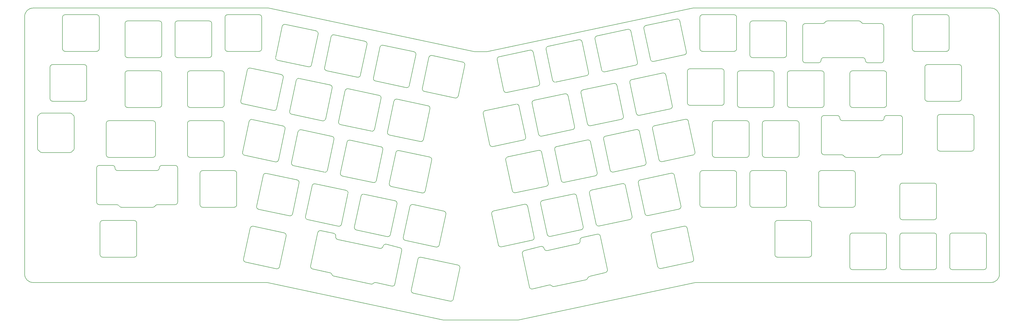
<source format=gbr>
%TF.GenerationSoftware,KiCad,Pcbnew,5.1.7-a382d34a8~88~ubuntu20.04.1*%
%TF.CreationDate,2021-02-22T02:12:54+01:00*%
%TF.ProjectId,basketweave_plate,6261736b-6574-4776-9561-76655f706c61,rev?*%
%TF.SameCoordinates,Original*%
%TF.FileFunction,Legend,Bot*%
%TF.FilePolarity,Positive*%
%FSLAX46Y46*%
G04 Gerber Fmt 4.6, Leading zero omitted, Abs format (unit mm)*
G04 Created by KiCad (PCBNEW 5.1.7-a382d34a8~88~ubuntu20.04.1) date 2021-02-22 02:12:54*
%MOMM*%
%LPD*%
G01*
G04 APERTURE LIST*
%TA.AperFunction,Profile*%
%ADD10C,0.200000*%
%TD*%
G04 APERTURE END LIST*
D10*
X41232017Y-81151193D02*
G75*
G02*
X41923000Y-82102250I-309017J-951057D01*
G01*
X28613983Y-81151193D02*
G75*
G03*
X27923000Y-82102250I309017J-951057D01*
G01*
X41232017Y-95053307D02*
G75*
G03*
X41923000Y-94102250I-309017J951057D01*
G01*
X41923000Y-82102250D02*
X41923000Y-94102250D01*
X27923000Y-94102250D02*
X27923000Y-82102250D01*
X28613983Y-95053307D02*
G75*
G02*
X27923000Y-94102250I309017J951057D01*
G01*
X45687500Y-62056250D02*
G75*
G02*
X46687500Y-63056250I0J-1000000D01*
G01*
X33687500Y-76056250D02*
G75*
G02*
X32687500Y-75056250I0J1000000D01*
G01*
X45687500Y-76056250D02*
X33687500Y-76056250D01*
X32687500Y-75056250D02*
X32687500Y-63056250D01*
X46687500Y-63056250D02*
X46687500Y-75056250D01*
X32687500Y-63056250D02*
G75*
G02*
X33687500Y-62056250I1000000J0D01*
G01*
X46687500Y-75056250D02*
G75*
G02*
X45687500Y-76056250I-1000000J0D01*
G01*
X33687500Y-62056250D02*
X45687500Y-62056250D01*
X380062500Y-63056250D02*
X380062500Y-75056250D01*
X380062500Y-75056250D02*
G75*
G02*
X379062500Y-76056250I-1000000J0D01*
G01*
X379062500Y-76056250D02*
X367062500Y-76056250D01*
X379062500Y-62056250D02*
G75*
G02*
X380062500Y-63056250I0J-1000000D01*
G01*
X366062500Y-63056250D02*
G75*
G02*
X367062500Y-62056250I1000000J0D01*
G01*
X367062500Y-62056250D02*
X379062500Y-62056250D01*
X367062500Y-76056250D02*
G75*
G02*
X366062500Y-75056250I0J1000000D01*
G01*
X366062500Y-75056250D02*
X366062500Y-63056250D01*
X174042718Y-135612290D02*
X188110514Y-138588750D01*
X262550733Y-126213914D02*
X274308691Y-123729750D01*
X222919320Y-146203910D02*
G75*
G02*
X223870377Y-146512927I207912J-978148D01*
G01*
X216582162Y-147756903D02*
G75*
G02*
X215396102Y-146986669I-207913J978147D01*
G01*
X264275437Y-139137745D02*
X261780497Y-127399974D01*
X185199748Y-152366756D02*
X171131956Y-149306356D01*
X139360791Y-141511067D02*
G75*
G02*
X140103936Y-142180198I-207912J-978148D01*
G01*
X234682251Y-129274901D02*
G75*
G02*
X235452488Y-128088840I978149J207912D01*
G01*
X172856659Y-136382527D02*
G75*
G02*
X174042718Y-135612290I978148J-207911D01*
G01*
X188880750Y-139774810D02*
X186385808Y-151596520D01*
X277219454Y-137423814D02*
X265461496Y-139907981D01*
X170361720Y-148120298D02*
X172856660Y-136382527D01*
X171131956Y-149306356D02*
G75*
G02*
X170361720Y-148120298I207911J978147D01*
G01*
X277989690Y-136237756D02*
G75*
G02*
X277219454Y-137423814I-978147J-207911D01*
G01*
X245093662Y-140263905D02*
X242390810Y-127547986D01*
X275494750Y-124499985D02*
X277989690Y-136237756D01*
X261780496Y-127399973D02*
G75*
G02*
X262550733Y-126213914I978148J207911D01*
G01*
X222155094Y-133045853D02*
G75*
G02*
X220969033Y-132275618I-207913J978148D01*
G01*
X186385808Y-151596520D02*
G75*
G02*
X185199748Y-152366756I-978148J207912D01*
G01*
X265461497Y-139907981D02*
G75*
G02*
X264275437Y-139137745I-207912J978148D01*
G01*
X219782974Y-131505383D02*
G75*
G02*
X220969033Y-132275618I207912J-978147D01*
G01*
X274308691Y-123729750D02*
G75*
G02*
X275494750Y-124499985I207912J-978147D01*
G01*
X188110514Y-138588750D02*
G75*
G02*
X188880750Y-139774810I-207912J-978148D01*
G01*
X237572355Y-143607629D02*
G75*
G02*
X236829210Y-144276759I-951056J309018D01*
G01*
X140847080Y-142849328D02*
G75*
G02*
X140103936Y-142180198I207911J978147D01*
G01*
X224821433Y-146821944D02*
G75*
G02*
X223870377Y-146512927I-207912J978147D01*
G01*
X164115750Y-145861430D02*
G75*
G02*
X162929690Y-146631666I-978148J207912D01*
G01*
X212693251Y-134270750D02*
G75*
G02*
X213463486Y-133084691I978147J207912D01*
G01*
X140810796Y-126484166D02*
G75*
G02*
X141581031Y-127670225I-207912J-978147D01*
G01*
X215396102Y-146986669D02*
X212693250Y-134270750D01*
X216582162Y-147756903D02*
X222919320Y-146203910D01*
X132801383Y-140116821D02*
G75*
G02*
X132031146Y-138930762I207911J978148D01*
G01*
X235452488Y-128088840D02*
X241204750Y-126777750D01*
X162929690Y-146631666D02*
X156899964Y-145234235D01*
X159612251Y-131432943D02*
G75*
G02*
X158426191Y-132203179I-978148J207912D01*
G01*
X237572356Y-143607629D02*
G75*
G02*
X238315500Y-142938500I951055J-309017D01*
G01*
X140810795Y-126484165D02*
X135920057Y-125444607D01*
X238315500Y-142938500D02*
X244323425Y-141449966D01*
X155948909Y-145543252D02*
G75*
G02*
X156899964Y-145234235I743144J-669129D01*
G01*
X132801382Y-140116821D02*
X139360791Y-141511067D01*
X155948908Y-145543252D02*
G75*
G02*
X154997851Y-145852269I-743145J669131D01*
G01*
X241204750Y-126777750D02*
G75*
G02*
X242390810Y-127547986I207912J-978148D01*
G01*
X165960728Y-131959452D02*
G75*
G02*
X166730965Y-133145511I-207911J-978148D01*
G01*
X154997851Y-145852269D02*
X140847080Y-142849328D01*
X132031146Y-138930762D02*
X134733998Y-126214843D01*
X222155094Y-133045853D02*
X233912016Y-130460961D01*
X234682254Y-129274901D02*
G75*
G02*
X233912016Y-130460961I-978149J-207911D01*
G01*
X236829210Y-144276759D02*
X224821433Y-146821944D01*
X165960728Y-131959452D02*
X160798310Y-130662706D01*
X134733998Y-126214844D02*
G75*
G02*
X135920057Y-125444607I978148J-207911D01*
G01*
X142351267Y-128856284D02*
X158426191Y-132203179D01*
X164115750Y-145861430D02*
X166730965Y-133145511D01*
X245093662Y-140263905D02*
G75*
G02*
X244323425Y-141449966I-978149J-207912D01*
G01*
X219782974Y-131505383D02*
X213463486Y-133084691D01*
X142351268Y-128856284D02*
G75*
G02*
X141581031Y-127670225I207911J978148D01*
G01*
X159612250Y-131432942D02*
G75*
G02*
X160798310Y-130662706I978148J-207912D01*
G01*
X168105032Y-129187375D02*
G75*
G02*
X167334796Y-128001317I207911J978147D01*
G01*
X29525250Y-80559500D02*
X40325250Y-80559500D01*
X41238795Y-95047487D02*
G75*
G02*
X40325250Y-95640750I-913545J406737D01*
G01*
X28611705Y-81152763D02*
G75*
G02*
X29525250Y-80559500I913545J-406737D01*
G01*
X28611705Y-95047487D02*
G75*
G03*
X29525250Y-95640750I913545J406737D01*
G01*
X29525250Y-95640750D02*
X40325250Y-95640750D01*
X41238795Y-81152763D02*
G75*
G03*
X40325250Y-80559500I-913545J-406737D01*
G01*
X334680250Y-83487500D02*
G75*
G02*
X333680250Y-82487500I0J1000000D01*
G01*
X80331250Y-115537500D02*
X73625301Y-115537501D01*
X56455250Y-100537500D02*
G75*
G02*
X57455250Y-101537500I0J-1000000D01*
G01*
X58455250Y-102537500D02*
G75*
G02*
X57455250Y-101537500I0J1000000D01*
G01*
X56455250Y-100537500D02*
X51455250Y-100537500D01*
X332680250Y-81487500D02*
X327680250Y-81487500D01*
X50455250Y-101537500D02*
G75*
G02*
X51455250Y-100537500I1000000J0D01*
G01*
X327680250Y-96487500D02*
G75*
G02*
X326680250Y-95487500I0J1000000D01*
G01*
X50455250Y-114537500D02*
X50455250Y-101537500D01*
X80331250Y-100537500D02*
X75331250Y-100537500D01*
X350556250Y-82487500D02*
G75*
G02*
X351556250Y-81487500I1000000J0D01*
G01*
X80331250Y-100537500D02*
G75*
G02*
X81331250Y-101537500I0J-1000000D01*
G01*
X81331250Y-114537500D02*
X81331250Y-101537500D01*
X72759276Y-116037501D02*
G75*
G02*
X73625301Y-115537501I866025J-500000D01*
G01*
X332680250Y-81487500D02*
G75*
G02*
X333680250Y-82487500I0J-1000000D01*
G01*
X59893250Y-116537501D02*
G75*
G02*
X59027225Y-116037501I0J1000000D01*
G01*
X74331251Y-101537500D02*
G75*
G02*
X73331250Y-102537501I-1000001J0D01*
G01*
X327680250Y-96487500D02*
X334386200Y-96487501D01*
X72759275Y-116037501D02*
G75*
G02*
X71893250Y-116537501I-866025J500000D01*
G01*
X357556250Y-95487500D02*
X357556250Y-82487500D01*
X58161200Y-115537501D02*
G75*
G02*
X59027225Y-116037501I0J-1000000D01*
G01*
X81331250Y-114537500D02*
G75*
G02*
X80331250Y-115537500I-1000000J0D01*
G01*
X74331250Y-101537500D02*
G75*
G02*
X75331250Y-100537500I1000000J0D01*
G01*
X342388500Y-59387500D02*
G75*
G02*
X343388500Y-60387500I0J-1000000D01*
G01*
X51455250Y-115537500D02*
G75*
G02*
X50455250Y-114537500I0J1000000D01*
G01*
X328950500Y-45387499D02*
X340950500Y-45387499D01*
X320512500Y-61387500D02*
G75*
G02*
X319512500Y-60387500I0J1000000D01*
G01*
X327512500Y-59387499D02*
X342388500Y-59387500D01*
X344388500Y-61387500D02*
G75*
G02*
X343388500Y-60387500I0J1000000D01*
G01*
X328084475Y-45887499D02*
G75*
G02*
X328950500Y-45387499I866025J-500000D01*
G01*
X319512500Y-47387500D02*
G75*
G02*
X320512500Y-46387500I1000000J0D01*
G01*
X350388500Y-60387500D02*
G75*
G02*
X349388500Y-61387500I-1000000J0D01*
G01*
X340950500Y-45387499D02*
G75*
G02*
X341816525Y-45887499I0J-1000000D01*
G01*
X326512500Y-60387500D02*
G75*
G02*
X325512500Y-61387500I-1000000J0D01*
G01*
X350388500Y-47387500D02*
X350388500Y-60387500D01*
X344388500Y-61387500D02*
X349388500Y-61387500D01*
X320512500Y-61387500D02*
X325512500Y-61387500D01*
X343388500Y-60387500D02*
X343388500Y-60387500D01*
X349388500Y-46387500D02*
G75*
G02*
X350388500Y-47387500I0J-1000000D01*
G01*
X51455250Y-115537500D02*
X58161200Y-115537501D01*
X319512500Y-47387500D02*
X319512500Y-60387500D01*
X342682550Y-46387499D02*
G75*
G02*
X341816525Y-45887499I0J1000000D01*
G01*
X320512500Y-46387500D02*
X327218449Y-46387499D01*
X326512499Y-60387500D02*
G75*
G02*
X327512500Y-59387499I1000001J0D01*
G01*
X328084474Y-45887499D02*
G75*
G02*
X327218449Y-46387499I-866025J500000D01*
G01*
X326512500Y-60387500D02*
X326512500Y-60387500D01*
X169618875Y-70060049D02*
G75*
G02*
X168432815Y-70830285I-978148J207912D01*
G01*
X175328757Y-72296060D02*
G75*
G02*
X174558521Y-71110002I207911J978147D01*
G01*
X172113816Y-58322278D02*
X169618874Y-70060048D01*
X171343580Y-57136218D02*
G75*
G02*
X172113816Y-58322278I-207912J-978148D01*
G01*
X174558521Y-71110002D02*
X177053461Y-59372231D01*
X168432815Y-70830285D02*
X156695045Y-68335343D01*
X155924809Y-67149285D02*
X158419749Y-55411514D01*
X177053460Y-59372231D02*
G75*
G02*
X178239519Y-58601994I978148J-207911D01*
G01*
X178239519Y-58601994D02*
X189977291Y-61096935D01*
X190747528Y-62282995D02*
X188252586Y-74020765D01*
X161280947Y-87763355D02*
X163775887Y-76025584D01*
X156695045Y-68335343D02*
G75*
G02*
X155924809Y-67149285I207911J978147D01*
G01*
X188252587Y-74020766D02*
G75*
G02*
X187066527Y-74791002I-978148J207912D01*
G01*
X189977292Y-61096935D02*
G75*
G02*
X190747528Y-62282995I-207912J-978148D01*
G01*
X173788953Y-91444355D02*
X162051183Y-88949413D01*
X164961945Y-75255347D02*
X176699717Y-77750288D01*
X163775886Y-76025584D02*
G75*
G02*
X164961945Y-75255347I978148J-207911D01*
G01*
X174975013Y-90674119D02*
G75*
G02*
X173788953Y-91444355I-978148J207912D01*
G01*
X159605807Y-54641277D02*
X171343579Y-57136218D01*
X158419748Y-55411514D02*
G75*
G02*
X159605807Y-54641277I978148J-207911D01*
G01*
X187066527Y-74791002D02*
X175328757Y-72296060D01*
X138061333Y-64374625D02*
G75*
G02*
X137291097Y-63188567I207911J978147D01*
G01*
X153480104Y-54361560D02*
X150985162Y-66099330D01*
X131165392Y-62908849D02*
X119427622Y-60413907D01*
X119427622Y-60413907D02*
G75*
G02*
X118657386Y-59227849I207911J978147D01*
G01*
X140972095Y-50680559D02*
X152709867Y-53175500D01*
X149799103Y-66869567D02*
X138061333Y-64374625D01*
X150985163Y-66099331D02*
G75*
G02*
X149799103Y-66869567I-978148J207912D01*
G01*
X134076157Y-49214782D02*
G75*
G02*
X134846393Y-50400842I-207912J-978148D01*
G01*
X137291097Y-63188567D02*
X139786037Y-51450796D01*
X122338384Y-46719841D02*
X134076156Y-49214782D01*
X139786036Y-51450796D02*
G75*
G02*
X140972095Y-50680559I978148J-207911D01*
G01*
X152709868Y-53175500D02*
G75*
G02*
X153480104Y-54361560I-207912J-978148D01*
G01*
X349388500Y-46387500D02*
X342682550Y-46387499D01*
X121152325Y-47490078D02*
G75*
G02*
X122338384Y-46719841I978148J-207911D01*
G01*
X132351452Y-62138613D02*
G75*
G02*
X131165392Y-62908849I-978148J207912D01*
G01*
X118657386Y-59227849D02*
X121152326Y-47490078D01*
X134846393Y-50400842D02*
X132351451Y-62138612D01*
X238697769Y-85424575D02*
G75*
G02*
X237511709Y-84654339I-207912J978148D01*
G01*
X259006618Y-48341779D02*
G75*
G02*
X259776855Y-47155720I978148J207911D01*
G01*
X242867848Y-64040268D02*
X240372908Y-52302497D01*
X217153294Y-75691226D02*
X228891065Y-73196286D01*
X235016768Y-72916567D02*
G75*
G02*
X235787005Y-71730508I978148J207911D01*
G01*
X222509432Y-55077155D02*
X234247203Y-52582215D01*
X221739195Y-56263214D02*
G75*
G02*
X222509432Y-55077155I978148J207911D01*
G01*
X259776855Y-47155720D02*
X271514626Y-44660780D01*
X218524254Y-70236999D02*
X206786483Y-72731940D01*
X206786484Y-72731940D02*
G75*
G02*
X205600424Y-71961704I-207912J978148D01*
G01*
X255791678Y-62315563D02*
X244053907Y-64810504D01*
X256145421Y-80693621D02*
X253650481Y-68955850D01*
X225420196Y-68771222D02*
G75*
G02*
X224234136Y-68000986I-207912J978148D01*
G01*
X216799550Y-57313169D02*
X219294490Y-69050940D01*
X275195625Y-57168788D02*
G75*
G02*
X274425389Y-58354846I-978147J-207911D01*
G01*
X216383057Y-76877285D02*
G75*
G02*
X217153294Y-75691226I978148J207911D01*
G01*
X261501559Y-60079551D02*
X259006619Y-48341780D01*
X257331481Y-81463857D02*
G75*
G02*
X256145421Y-80693621I-207912J978148D01*
G01*
X254066974Y-49391733D02*
X256561914Y-61129504D01*
X219294490Y-69050941D02*
G75*
G02*
X218524254Y-70236999I-978147J-207911D01*
G01*
X262687619Y-60849787D02*
G75*
G02*
X261501559Y-60079551I-207912J978148D01*
G01*
X391318750Y-40481250D02*
G75*
G02*
X394493750Y-43656250I0J-3175000D01*
G01*
X23018750Y-43656250D02*
G75*
G02*
X26193750Y-40481250I3175000J0D01*
G01*
X182562500Y-159543750D02*
X211137500Y-159543750D01*
X248710835Y-70005804D02*
X251205775Y-81743575D01*
X201430346Y-93346010D02*
G75*
G02*
X200244286Y-92575774I-207912J978148D01*
G01*
X213168116Y-90851069D02*
X201430345Y-93346010D01*
X244053908Y-64810504D02*
G75*
G02*
X242867848Y-64040268I-207912J978148D01*
G01*
X231801828Y-86890352D02*
X220064057Y-89385293D01*
X215613491Y-56542934D02*
G75*
G02*
X216799550Y-57313169I207912J-978147D01*
G01*
X234247203Y-52582216D02*
G75*
G02*
X235433262Y-53352451I207912J-978147D01*
G01*
X218877998Y-88615057D02*
X216383058Y-76877286D01*
X197749345Y-80838002D02*
G75*
G02*
X198519582Y-79651943I978148J207911D01*
G01*
X266158488Y-65274851D02*
G75*
G02*
X267344547Y-66045086I207912J-978147D01*
G01*
X198519582Y-79651943D02*
X210257353Y-77157003D01*
X211443412Y-77927239D02*
X213938352Y-89665010D01*
X232572064Y-85704294D02*
G75*
G02*
X231801828Y-86890352I-978147J-207911D01*
G01*
X210257353Y-77157004D02*
G75*
G02*
X211443412Y-77927239I207912J-978147D01*
G01*
X200244286Y-92575774D02*
X197749346Y-80838003D01*
X272700685Y-45431016D02*
X275195625Y-57168787D01*
X271514626Y-44660781D02*
G75*
G02*
X272700685Y-45431016I207912J-978147D01*
G01*
X230077124Y-73966522D02*
X232572064Y-85704293D01*
X213938352Y-89665011D02*
G75*
G02*
X213168116Y-90851069I-978147J-207911D01*
G01*
X241143144Y-51116437D02*
X252880915Y-48621497D01*
X256561914Y-61129505D02*
G75*
G02*
X255791678Y-62315563I-978147J-207911D01*
G01*
X240372907Y-52302496D02*
G75*
G02*
X241143144Y-51116437I978148J207911D01*
G01*
X251205775Y-81743576D02*
G75*
G02*
X250435539Y-82929634I-978147J-207911D01*
G01*
X237928202Y-65090223D02*
G75*
G02*
X237157966Y-66276281I-978147J-207911D01*
G01*
X224234136Y-68000986D02*
X221739196Y-56263215D01*
X203875720Y-59037873D02*
X215613491Y-56542933D01*
X220064058Y-89385293D02*
G75*
G02*
X218877998Y-88615057I-207912J978148D01*
G01*
X250435539Y-82929634D02*
X238697768Y-85424575D01*
X235433262Y-53352451D02*
X237928202Y-65090222D01*
X203105483Y-60223932D02*
G75*
G02*
X203875720Y-59037873I978148J207911D01*
G01*
X237157966Y-66276281D02*
X225420195Y-68771222D01*
X205600424Y-71961704D02*
X203105484Y-60223933D01*
X391318750Y-145256250D02*
X278606250Y-145256250D01*
X394493750Y-142081250D02*
G75*
G02*
X391318750Y-145256250I-3175000J0D01*
G01*
X274425389Y-58354846D02*
X262687618Y-60849787D01*
X228891065Y-73196287D02*
G75*
G02*
X230077124Y-73966522I207912J-978147D01*
G01*
X237511709Y-84654339D02*
X235016769Y-72916568D01*
X235787005Y-71730508D02*
X247524776Y-69235568D01*
X252880915Y-48621498D02*
G75*
G02*
X254066974Y-49391733I207912J-978147D01*
G01*
X247524776Y-69235569D02*
G75*
G02*
X248710835Y-70005804I207912J-978147D01*
G01*
X357537500Y-126350000D02*
X369537500Y-126350000D01*
X388537500Y-126350000D02*
G75*
G02*
X389537500Y-127350000I0J-1000000D01*
G01*
X370537500Y-139350000D02*
G75*
G02*
X369537500Y-140350000I-1000000J0D01*
G01*
X26193750Y-145256250D02*
X115443000Y-145256250D01*
X391318750Y-40481250D02*
X277812500Y-40481250D01*
X357537500Y-140350000D02*
G75*
G02*
X356537500Y-139350000I0J1000000D01*
G01*
X369537500Y-126350000D02*
G75*
G02*
X370537500Y-127350000I0J-1000000D01*
G01*
X370537500Y-127350000D02*
X370537500Y-139350000D01*
X199231250Y-57150000D02*
X194468750Y-57150000D01*
X356537500Y-127350000D02*
G75*
G02*
X357537500Y-126350000I1000000J0D01*
G01*
X23018750Y-43656250D02*
X23018750Y-142081250D01*
X388537500Y-140350000D02*
X376537500Y-140350000D01*
X369537500Y-140350000D02*
X357537500Y-140350000D01*
X389537500Y-139350000D02*
G75*
G02*
X388537500Y-140350000I-1000000J0D01*
G01*
X350487500Y-126350000D02*
G75*
G02*
X351487500Y-127350000I0J-1000000D01*
G01*
X278606250Y-145256250D02*
X211137500Y-159543750D01*
X115443000Y-145256250D02*
X182562500Y-159543750D01*
X277812500Y-40481250D02*
X199231250Y-57150000D01*
X26193750Y-145256250D02*
G75*
G02*
X23018750Y-142081250I0J3175000D01*
G01*
X115887500Y-40481250D02*
X194468750Y-57150000D01*
X376537500Y-126350000D02*
X388537500Y-126350000D01*
X26193750Y-40481250D02*
X115887500Y-40481250D01*
X375537500Y-139350000D02*
X375537500Y-127350000D01*
X376537500Y-140350000D02*
G75*
G02*
X375537500Y-139350000I0J1000000D01*
G01*
X394493750Y-43656250D02*
X394493750Y-142081250D01*
X389537500Y-127350000D02*
X389537500Y-139350000D01*
X375537500Y-127350000D02*
G75*
G02*
X376537500Y-126350000I1000000J0D01*
G01*
X356537500Y-139350000D02*
X356537500Y-127350000D01*
X177397429Y-97374179D02*
G75*
G02*
X178167665Y-98560239I-207912J-978148D01*
G01*
X162748894Y-108573304D02*
G75*
G02*
X161978658Y-107387246I207911J978147D01*
G01*
X149471320Y-125226657D02*
G75*
G02*
X148701084Y-124040599I207911J978147D01*
G01*
X175672724Y-110298010D02*
G75*
G02*
X174486664Y-111068246I-978148J207912D01*
G01*
X161209090Y-127721599D02*
X149471320Y-125226657D01*
X115114658Y-103611156D02*
X126852430Y-106106097D01*
X125127726Y-119029928D02*
G75*
G02*
X123941666Y-119800164I-978148J207912D01*
G01*
X159533953Y-94599522D02*
X157039011Y-106337292D01*
X108954436Y-124567914D02*
G75*
G02*
X110140495Y-123797677I978148J-207911D01*
G01*
X120153563Y-139216449D02*
G75*
G02*
X118967503Y-139986685I-978148J207912D01*
G01*
X121878268Y-126292618D02*
G75*
G02*
X122648504Y-127478678I-207912J-978148D01*
G01*
X123941666Y-119800164D02*
X112203896Y-117305222D01*
X162395150Y-126951363D02*
G75*
G02*
X161209090Y-127721599I-978148J207912D01*
G01*
X122648504Y-127478678D02*
X120153562Y-139216448D01*
X107229733Y-137491743D02*
G75*
G02*
X106459497Y-136305685I207911J978147D01*
G01*
X110140495Y-123797677D02*
X121878267Y-126292618D01*
X113928599Y-104381393D02*
G75*
G02*
X115114658Y-103611156I978148J-207911D01*
G01*
X158763717Y-93413462D02*
G75*
G02*
X159533953Y-94599522I-207912J-978148D01*
G01*
X161978658Y-107387246D02*
X164473598Y-95649475D01*
X127622667Y-107292157D02*
X125127725Y-119029927D01*
X106459497Y-136305685D02*
X108954437Y-124567914D01*
X171015794Y-115493309D02*
X182753566Y-117988250D01*
X152382082Y-111532591D02*
X164119854Y-114027532D01*
X144115182Y-104612587D02*
G75*
G02*
X143344946Y-103426529I207911J978147D01*
G01*
X145839885Y-91688758D02*
G75*
G02*
X147025944Y-90918521I978148J-207911D01*
G01*
X133748370Y-107571874D02*
X145486142Y-110066815D01*
X145486143Y-110066815D02*
G75*
G02*
X146256379Y-111252875I-207912J-978148D01*
G01*
X151196023Y-112302828D02*
G75*
G02*
X152382082Y-111532591I978148J-207911D01*
G01*
X164890091Y-115213592D02*
X162395149Y-126951362D01*
X142575378Y-123760882D02*
X130837608Y-121265940D01*
X130067372Y-120079882D02*
X132562312Y-108342111D01*
X148701084Y-124040599D02*
X151196024Y-112302828D01*
X143761438Y-122990646D02*
G75*
G02*
X142575378Y-123760882I-978148J207912D01*
G01*
X164473597Y-95649475D02*
G75*
G02*
X165659656Y-94879238I978148J-207911D01*
G01*
X132562311Y-108342111D02*
G75*
G02*
X133748370Y-107571874I978148J-207911D01*
G01*
X130837608Y-121265940D02*
G75*
G02*
X130067372Y-120079882I207911J978147D01*
G01*
X146256379Y-111252875D02*
X143761437Y-122990645D01*
X165659656Y-94879238D02*
X177397428Y-97374179D01*
X164119855Y-114027532D02*
G75*
G02*
X164890091Y-115213592I-207912J-978148D01*
G01*
X111433660Y-116119164D02*
X113928600Y-104381393D01*
X126852431Y-106106097D02*
G75*
G02*
X127622667Y-107292157I-207912J-978148D01*
G01*
X112203896Y-117305222D02*
G75*
G02*
X111433660Y-116119164I207911J978147D01*
G01*
X118967503Y-139986685D02*
X107229733Y-137491743D01*
X157039012Y-106337293D02*
G75*
G02*
X155852952Y-107107529I-978148J207912D01*
G01*
X174486664Y-111068246D02*
X162748894Y-108573304D01*
X178167665Y-98560239D02*
X175672723Y-110298009D01*
X120798583Y-65868135D02*
G75*
G02*
X121568819Y-67054195I-207912J-978148D01*
G01*
X139432295Y-69828853D02*
G75*
G02*
X140202531Y-71014913I-207912J-978148D01*
G01*
X140202531Y-71014913D02*
X137707589Y-82752683D01*
X127206173Y-87728040D02*
G75*
G02*
X128392232Y-86957803I978148J-207911D01*
G01*
X140130005Y-89452744D02*
G75*
G02*
X140900241Y-90638804I-207912J-978148D01*
G01*
X125481470Y-100651869D02*
G75*
G02*
X124711234Y-99465811I207911J978147D01*
G01*
X140900241Y-90638804D02*
X138405299Y-102376574D01*
X147025944Y-90918521D02*
X158763716Y-93413462D01*
X119073878Y-78791966D02*
G75*
G02*
X117887818Y-79562202I-978148J207912D01*
G01*
X126508463Y-68104149D02*
G75*
G02*
X127694522Y-67333912I978148J-207911D01*
G01*
X124013524Y-79841920D02*
X126508464Y-68104149D01*
X118585528Y-99186093D02*
X106847758Y-96691151D01*
X124711234Y-99465811D02*
X127206174Y-87728040D01*
X155852952Y-107107529D02*
X144115182Y-104612587D01*
X143344946Y-103426529D02*
X145839886Y-91688758D01*
X143417472Y-84988695D02*
G75*
G02*
X142647236Y-83802637I207911J978147D01*
G01*
X109758520Y-82997085D02*
X121496292Y-85492026D01*
X136521530Y-83522920D02*
X124783760Y-81027978D01*
X176699718Y-77750288D02*
G75*
G02*
X177469954Y-78936348I-207912J-978148D01*
G01*
X177469954Y-78936348D02*
X174975012Y-90674118D01*
X155155242Y-87483637D02*
X143417472Y-84988695D01*
X145142175Y-72064866D02*
G75*
G02*
X146328234Y-71294629I978148J-207911D01*
G01*
X106150048Y-77067260D02*
G75*
G02*
X105379812Y-75881202I207911J978147D01*
G01*
X106077522Y-95505093D02*
X108572462Y-83767322D01*
X127694522Y-67333912D02*
X139432294Y-69828853D01*
X108572461Y-83767322D02*
G75*
G02*
X109758520Y-82997085I978148J-207911D01*
G01*
X106847758Y-96691151D02*
G75*
G02*
X106077522Y-95505093I207911J978147D01*
G01*
X156341302Y-86713401D02*
G75*
G02*
X155155242Y-87483637I-978148J207912D01*
G01*
X105379812Y-75881202D02*
X107874752Y-64143431D01*
X142647236Y-83802637D02*
X145142176Y-72064866D01*
X117887818Y-79562202D02*
X106150048Y-77067260D01*
X121568819Y-67054195D02*
X119073877Y-78791965D01*
X121496293Y-85492026D02*
G75*
G02*
X122266529Y-86678086I-207912J-978148D01*
G01*
X158836243Y-74975630D02*
X156341301Y-86713400D01*
X137707590Y-82752684D02*
G75*
G02*
X136521530Y-83522920I-978148J207912D01*
G01*
X109060810Y-63373194D02*
X120798582Y-65868135D01*
X122266529Y-86678086D02*
X119771587Y-98415856D01*
X128392232Y-86957803D02*
X140130004Y-89452744D01*
X137219240Y-103146811D02*
X125481470Y-100651869D01*
X138405300Y-102376575D02*
G75*
G02*
X137219240Y-103146811I-978148J207912D01*
G01*
X158066007Y-73789570D02*
G75*
G02*
X158836243Y-74975630I-207912J-978148D01*
G01*
X146328234Y-71294629D02*
X158066006Y-73789570D01*
X119771588Y-98415857D02*
G75*
G02*
X118585528Y-99186093I-978148J207912D01*
G01*
X124783760Y-81027978D02*
G75*
G02*
X124013524Y-79841920I207911J978147D01*
G01*
X162051183Y-88949413D02*
G75*
G02*
X161280947Y-87763355I207911J978147D01*
G01*
X107874751Y-64143431D02*
G75*
G02*
X109060810Y-63373194I978148J-207911D01*
G01*
X216431123Y-129108672D02*
X204693352Y-131603613D01*
X259824921Y-99387108D02*
G75*
G02*
X259054685Y-100573166I-978147J-207911D01*
G01*
X265950627Y-99107390D02*
G75*
G02*
X264764567Y-98337154I-207912J978148D01*
G01*
X264764567Y-98337154D02*
X262269627Y-86599383D01*
X247316915Y-103068107D02*
G75*
G02*
X246130855Y-102297871I-207912J978148D01*
G01*
X222141005Y-126872660D02*
X219646065Y-115134889D01*
X225002202Y-94520817D02*
G75*
G02*
X225772439Y-93334758I978148J207911D01*
G01*
X222557498Y-107308544D02*
G75*
G02*
X221787262Y-108494602I-978147J-207911D01*
G01*
X210049492Y-110989543D02*
G75*
G02*
X208863432Y-110219307I-207912J978148D01*
G01*
X218876499Y-94800537D02*
G75*
G02*
X220062558Y-95570772I207912J-978147D01*
G01*
X278458633Y-95426391D02*
G75*
G02*
X277688397Y-96612449I-978147J-207911D01*
G01*
X275963693Y-83688619D02*
X278458633Y-95426390D01*
X243635914Y-90560099D02*
G75*
G02*
X244406151Y-89374040I978148J207911D01*
G01*
X225772439Y-93334758D02*
X237510210Y-90839818D01*
X220062558Y-95570772D02*
X222557498Y-107308543D01*
X208863432Y-110219307D02*
X206368492Y-98481536D01*
X254420717Y-67769790D02*
X266158488Y-65274850D01*
X267344547Y-66045086D02*
X269839487Y-77782857D01*
X263039863Y-85413323D02*
X274777634Y-82918383D01*
X240420973Y-104533884D02*
X228683202Y-107028825D01*
X237510210Y-90839819D02*
G75*
G02*
X238696269Y-91610054I207912J-978147D01*
G01*
X256143922Y-86879101D02*
G75*
G02*
X257329981Y-87649336I207912J-978147D01*
G01*
X238696269Y-91610054D02*
X241191209Y-103347825D01*
X241191209Y-103347826D02*
G75*
G02*
X240420973Y-104533884I-978147J-207911D01*
G01*
X207138728Y-97295476D02*
X218876499Y-94800536D01*
X277688397Y-96612449D02*
X265950626Y-99107390D01*
X269069251Y-78968916D02*
X257331480Y-81463857D01*
X269839487Y-77782858D02*
G75*
G02*
X269069251Y-78968916I-978147J-207911D01*
G01*
X257329981Y-87649336D02*
X259824921Y-99387107D01*
X253650480Y-68955849D02*
G75*
G02*
X254420717Y-67769790I978148J207911D01*
G01*
X244406151Y-89374040D02*
X256143922Y-86879100D01*
X204693353Y-131603613D02*
G75*
G02*
X203507293Y-130833377I-207912J978148D01*
G01*
X213520360Y-115414607D02*
G75*
G02*
X214706419Y-116184842I207912J-978147D01*
G01*
X246130855Y-102297871D02*
X243635915Y-90560100D01*
X203507293Y-130833377D02*
X201012353Y-119095606D01*
X262269626Y-86599382D02*
G75*
G02*
X263039863Y-85413323I978148J207911D01*
G01*
X217201359Y-127922614D02*
G75*
G02*
X216431123Y-129108672I-978147J-207911D01*
G01*
X259054685Y-100573166D02*
X247316914Y-103068107D01*
X228683203Y-107028825D02*
G75*
G02*
X227497143Y-106258589I-207912J978148D01*
G01*
X201782589Y-117909546D02*
X213520360Y-115414606D01*
X227497143Y-106258589D02*
X225002203Y-94520818D01*
X214706419Y-116184842D02*
X217201359Y-127922613D01*
X221787262Y-108494602D02*
X210049491Y-110989543D01*
X206368491Y-98481535D02*
G75*
G02*
X207138728Y-97295476I978148J207911D01*
G01*
X274777634Y-82918384D02*
G75*
G02*
X275963693Y-83688619I207912J-978147D01*
G01*
X201012352Y-119095605D02*
G75*
G02*
X201782589Y-117909546I978148J207911D01*
G01*
X383825000Y-95106250D02*
X371825000Y-95106250D01*
X374300000Y-57006250D02*
X362300000Y-57006250D01*
X38450000Y-43006250D02*
X50450000Y-43006250D01*
X51450000Y-56006250D02*
G75*
G02*
X50450000Y-57006250I-1000000J0D01*
G01*
X75262500Y-58387500D02*
G75*
G02*
X74262500Y-59387500I-1000000J0D01*
G01*
X37450000Y-44006250D02*
G75*
G02*
X38450000Y-43006250I1000000J0D01*
G01*
X375300000Y-56006250D02*
G75*
G02*
X374300000Y-57006250I-1000000J0D01*
G01*
X362300000Y-57006250D02*
G75*
G02*
X361300000Y-56006250I0J1000000D01*
G01*
X361300000Y-44006250D02*
G75*
G02*
X362300000Y-43006250I1000000J0D01*
G01*
X375300000Y-44006250D02*
X375300000Y-56006250D01*
X362300000Y-43006250D02*
X374300000Y-43006250D01*
X361300000Y-56006250D02*
X361300000Y-44006250D01*
X74262500Y-59387500D02*
X62262500Y-59387500D01*
X62262500Y-59387500D02*
G75*
G02*
X61262500Y-58387500I0J1000000D01*
G01*
X371825000Y-81106250D02*
X383825000Y-81106250D01*
X370825000Y-82106250D02*
G75*
G02*
X371825000Y-81106250I1000000J0D01*
G01*
X383825000Y-81106250D02*
G75*
G02*
X384825000Y-82106250I0J-1000000D01*
G01*
X51450000Y-44006250D02*
X51450000Y-56006250D01*
X37450000Y-56006250D02*
X37450000Y-44006250D01*
X50450000Y-57006250D02*
X38450000Y-57006250D01*
X38450000Y-57006250D02*
G75*
G02*
X37450000Y-56006250I0J1000000D01*
G01*
X374300000Y-43006250D02*
G75*
G02*
X375300000Y-44006250I0J-1000000D01*
G01*
X50450000Y-43006250D02*
G75*
G02*
X51450000Y-44006250I0J-1000000D01*
G01*
X384825000Y-94106250D02*
G75*
G02*
X383825000Y-95106250I-1000000J0D01*
G01*
X384825000Y-82106250D02*
X384825000Y-94106250D01*
X370825000Y-94106250D02*
X370825000Y-82106250D01*
X371825000Y-95106250D02*
G75*
G02*
X370825000Y-94106250I0J1000000D01*
G01*
X232154072Y-111453890D02*
G75*
G02*
X233340131Y-112224125I207912J-978147D01*
G01*
X250787784Y-107493172D02*
G75*
G02*
X251973843Y-108263407I207912J-978147D01*
G01*
X169829735Y-116263546D02*
G75*
G02*
X171015794Y-115493309I978148J-207911D01*
G01*
X259408429Y-118951224D02*
X256913489Y-107213453D01*
X183523803Y-119174310D02*
X181028861Y-130912080D01*
X181028862Y-130912081D02*
G75*
G02*
X179842802Y-131682317I-978148J207912D01*
G01*
X257683725Y-106027393D02*
X269421496Y-103532453D01*
X270607555Y-104302689D02*
X273102495Y-116040460D01*
X256913488Y-107213452D02*
G75*
G02*
X257683725Y-106027393I978148J207911D01*
G01*
X253698547Y-121187237D02*
X241960776Y-123682178D01*
X251973843Y-108263407D02*
X254468783Y-120001178D01*
X272332259Y-117226519D02*
X260594488Y-119721460D01*
X254468783Y-120001179D02*
G75*
G02*
X253698547Y-121187237I-978147J-207911D01*
G01*
X241960777Y-123682178D02*
G75*
G02*
X240774717Y-122911942I-207912J978148D01*
G01*
X182753567Y-117988250D02*
G75*
G02*
X183523803Y-119174310I-207912J-978148D01*
G01*
X269421496Y-103532454D02*
G75*
G02*
X270607555Y-104302689I207912J-978147D01*
G01*
X167334796Y-128001317D02*
X169829736Y-116263546D01*
X273102495Y-116040461D02*
G75*
G02*
X272332259Y-117226519I-978147J-207911D01*
G01*
X260594489Y-119721460D02*
G75*
G02*
X259408429Y-118951224I-207912J978148D01*
G01*
X238279776Y-111174170D02*
G75*
G02*
X239050013Y-109988111I978148J207911D01*
G01*
X240774717Y-122911942D02*
X238279777Y-111174171D01*
X179842802Y-131682317D02*
X168105032Y-129187375D01*
X239050013Y-109988111D02*
X250787784Y-107493171D01*
X235064835Y-125147955D02*
X223327064Y-127642896D01*
X220416301Y-113948829D02*
X232154072Y-111453889D01*
X233340131Y-112224125D02*
X235835071Y-123961896D01*
X235835071Y-123961897D02*
G75*
G02*
X235064835Y-125147955I-978147J-207911D01*
G01*
X219646064Y-115134888D02*
G75*
G02*
X220416301Y-113948829I978148J207911D01*
G01*
X223327065Y-127642896D02*
G75*
G02*
X222141005Y-126872660I-207912J978148D01*
G01*
X293337500Y-43006250D02*
G75*
G02*
X294337500Y-44006250I0J-1000000D01*
G01*
X102837500Y-116537500D02*
X90837500Y-116537500D01*
X103837500Y-115537500D02*
G75*
G02*
X102837500Y-116537500I-1000000J0D01*
G01*
X85075000Y-84487500D02*
G75*
G02*
X86075000Y-83487500I1000000J0D01*
G01*
X90837500Y-116537500D02*
G75*
G02*
X89837500Y-115537500I0J1000000D01*
G01*
X98075000Y-97487500D02*
X86075000Y-97487500D01*
X99362500Y-44006250D02*
G75*
G02*
X100362500Y-43006250I1000000J0D01*
G01*
X338487500Y-78437500D02*
G75*
G02*
X337487500Y-77437500I0J1000000D01*
G01*
X300387500Y-59387500D02*
G75*
G02*
X299387500Y-58387500I0J1000000D01*
G01*
X312387500Y-45387500D02*
G75*
G02*
X313387500Y-46387500I0J-1000000D01*
G01*
X99075000Y-65437500D02*
X99075000Y-77437500D01*
X85075000Y-96487500D02*
X85075000Y-84487500D01*
X100362500Y-43006250D02*
X112362500Y-43006250D01*
X89837500Y-103537500D02*
G75*
G02*
X90837500Y-102537500I1000000J0D01*
G01*
X90837500Y-102537500D02*
X102837500Y-102537500D01*
X94312500Y-46387500D02*
X94312500Y-58387500D01*
X80312500Y-46387500D02*
G75*
G02*
X81312500Y-45387500I1000000J0D01*
G01*
X350487500Y-78437500D02*
X338487500Y-78437500D01*
X99075000Y-77437500D02*
G75*
G02*
X98075000Y-78437500I-1000000J0D01*
G01*
X98075000Y-64437500D02*
G75*
G02*
X99075000Y-65437500I0J-1000000D01*
G01*
X113362500Y-44006250D02*
X113362500Y-56006250D01*
X99075000Y-96487500D02*
G75*
G02*
X98075000Y-97487500I-1000000J0D01*
G01*
X86075000Y-64437500D02*
X98075000Y-64437500D01*
X93312500Y-45387500D02*
G75*
G02*
X94312500Y-46387500I0J-1000000D01*
G01*
X103837500Y-103537500D02*
X103837500Y-115537500D01*
X85075000Y-65437500D02*
G75*
G02*
X86075000Y-64437500I1000000J0D01*
G01*
X312387500Y-59387500D02*
X300387500Y-59387500D01*
X80312500Y-58387500D02*
X80312500Y-46387500D01*
X299387500Y-46387500D02*
G75*
G02*
X300387500Y-45387500I1000000J0D01*
G01*
X93312500Y-59387500D02*
X81312500Y-59387500D01*
X94312500Y-58387500D02*
G75*
G02*
X93312500Y-59387500I-1000000J0D01*
G01*
X64737500Y-121587500D02*
G75*
G02*
X65737500Y-122587500I0J-1000000D01*
G01*
X112362500Y-57006250D02*
X100362500Y-57006250D01*
X300387500Y-45387500D02*
X312387500Y-45387500D01*
X102837500Y-102537500D02*
G75*
G02*
X103837500Y-103537500I0J-1000000D01*
G01*
X81312500Y-59387500D02*
G75*
G02*
X80312500Y-58387500I0J1000000D01*
G01*
X52737500Y-121587500D02*
X64737500Y-121587500D01*
X299387500Y-58387500D02*
X299387500Y-46387500D01*
X86075000Y-83487500D02*
X98075000Y-83487500D01*
X86075000Y-97487500D02*
G75*
G02*
X85075000Y-96487500I0J1000000D01*
G01*
X351487500Y-77437500D02*
G75*
G02*
X350487500Y-78437500I-1000000J0D01*
G01*
X99075000Y-84487500D02*
X99075000Y-96487500D01*
X293337500Y-57006250D02*
X281337500Y-57006250D01*
X337487500Y-65437500D02*
G75*
G02*
X338487500Y-64437500I1000000J0D01*
G01*
X294337500Y-56006250D02*
G75*
G02*
X293337500Y-57006250I-1000000J0D01*
G01*
X98075000Y-78437500D02*
X86075000Y-78437500D01*
X281337500Y-57006250D02*
G75*
G02*
X280337500Y-56006250I0J1000000D01*
G01*
X89837500Y-115537500D02*
X89837500Y-103537500D01*
X86075000Y-78437500D02*
G75*
G02*
X85075000Y-77437500I0J1000000D01*
G01*
X98075000Y-83487500D02*
G75*
G02*
X99075000Y-84487500I0J-1000000D01*
G01*
X313387500Y-46387500D02*
X313387500Y-58387500D01*
X280337500Y-44006250D02*
G75*
G02*
X281337500Y-43006250I1000000J0D01*
G01*
X112362500Y-43006250D02*
G75*
G02*
X113362500Y-44006250I0J-1000000D01*
G01*
X294337500Y-44006250D02*
X294337500Y-56006250D01*
X85075000Y-77437500D02*
X85075000Y-65437500D01*
X99362500Y-56006250D02*
X99362500Y-44006250D01*
X281337500Y-43006250D02*
X293337500Y-43006250D01*
X113362500Y-56006250D02*
G75*
G02*
X112362500Y-57006250I-1000000J0D01*
G01*
X100362500Y-57006250D02*
G75*
G02*
X99362500Y-56006250I0J1000000D01*
G01*
X81312500Y-45387500D02*
X93312500Y-45387500D01*
X65737500Y-122587500D02*
X65737500Y-134587500D01*
X337487500Y-77437500D02*
X337487500Y-65437500D01*
X313387500Y-58387500D02*
G75*
G02*
X312387500Y-59387500I-1000000J0D01*
G01*
X280337500Y-56006250D02*
X280337500Y-44006250D01*
X65737500Y-134587500D02*
G75*
G02*
X64737500Y-135587500I-1000000J0D01*
G01*
X64737500Y-135587500D02*
X52737500Y-135587500D01*
X52737500Y-135587500D02*
G75*
G02*
X51737500Y-134587500I0J1000000D01*
G01*
X58455250Y-102537500D02*
X73331250Y-102537501D01*
X54118750Y-96487500D02*
X54118750Y-84487500D01*
X71881250Y-83487500D02*
G75*
G02*
X72881250Y-84487500I0J-1000000D01*
G01*
X74262500Y-78437500D02*
X62262500Y-78437500D01*
X75262500Y-77437500D02*
G75*
G02*
X74262500Y-78437500I-1000000J0D01*
G01*
X62262500Y-78437500D02*
G75*
G02*
X61262500Y-77437500I0J1000000D01*
G01*
X75262500Y-46387500D02*
X75262500Y-58387500D01*
X51737500Y-122587500D02*
G75*
G02*
X52737500Y-121587500I1000000J0D01*
G01*
X55118750Y-83487500D02*
X71881250Y-83487500D01*
X74262500Y-45387500D02*
G75*
G02*
X75262500Y-46387500I0J-1000000D01*
G01*
X62262500Y-45387500D02*
X74262500Y-45387500D01*
X61262500Y-46387500D02*
G75*
G02*
X62262500Y-45387500I1000000J0D01*
G01*
X61262500Y-58387500D02*
X61262500Y-46387500D01*
X71893250Y-116537501D02*
X59893250Y-116537501D01*
X55118750Y-97487500D02*
G75*
G02*
X54118750Y-96487500I0J1000000D01*
G01*
X61262500Y-77437500D02*
X61262500Y-65437500D01*
X72881250Y-96487500D02*
G75*
G02*
X71881250Y-97487500I-1000000J0D01*
G01*
X51737500Y-134587500D02*
X51737500Y-122587500D01*
X72881250Y-84487500D02*
X72881250Y-96487500D01*
X71881250Y-97487500D02*
X55118750Y-97487500D01*
X74262500Y-64437500D02*
G75*
G02*
X75262500Y-65437500I0J-1000000D01*
G01*
X75262500Y-65437500D02*
X75262500Y-77437500D01*
X54118750Y-84487500D02*
G75*
G02*
X55118750Y-83487500I1000000J0D01*
G01*
X62262500Y-64437500D02*
X74262500Y-64437500D01*
X61262500Y-65437500D02*
G75*
G02*
X62262500Y-64437500I1000000J0D01*
G01*
X350487500Y-140350000D02*
X338487500Y-140350000D01*
X322912500Y-122587500D02*
X322912500Y-134587500D01*
X294337500Y-115537500D02*
G75*
G02*
X293337500Y-116537500I-1000000J0D01*
G01*
X356537500Y-108300000D02*
G75*
G02*
X357537500Y-107300000I1000000J0D01*
G01*
X325581250Y-115537500D02*
X325581250Y-103537500D01*
X338581250Y-116537500D02*
X326581250Y-116537500D01*
X308912500Y-134587500D02*
X308912500Y-122587500D01*
X338487500Y-126350000D02*
X350487500Y-126350000D01*
X348118250Y-97487501D02*
X336118250Y-97487501D01*
X321912500Y-135587500D02*
X309912500Y-135587500D01*
X281337500Y-102537500D02*
X293337500Y-102537500D01*
X326581250Y-116537500D02*
G75*
G02*
X325581250Y-115537500I0J1000000D01*
G01*
X299387500Y-115537500D02*
X299387500Y-103537500D01*
X356537500Y-120300000D02*
X356537500Y-108300000D01*
X339581250Y-103537500D02*
X339581250Y-115537500D01*
X351487500Y-139350000D02*
G75*
G02*
X350487500Y-140350000I-1000000J0D01*
G01*
X280337500Y-115537500D02*
X280337500Y-103537500D01*
X370537500Y-108300000D02*
X370537500Y-120300000D01*
X321912500Y-121587500D02*
G75*
G02*
X322912500Y-122587500I0J-1000000D01*
G01*
X313387500Y-103537500D02*
X313387500Y-115537500D01*
X357537500Y-107300000D02*
X369537500Y-107300000D01*
X338487500Y-140350000D02*
G75*
G02*
X337487500Y-139350000I0J1000000D01*
G01*
X357537500Y-121300000D02*
G75*
G02*
X356537500Y-120300000I0J1000000D01*
G01*
X326581250Y-102537500D02*
X338581250Y-102537500D01*
X294337500Y-103537500D02*
X294337500Y-115537500D01*
X339581250Y-115537500D02*
G75*
G02*
X338581250Y-116537500I-1000000J0D01*
G01*
X334680250Y-83487500D02*
X349556250Y-83487501D01*
X337487500Y-127350000D02*
G75*
G02*
X338487500Y-126350000I1000000J0D01*
G01*
X337487500Y-139350000D02*
X337487500Y-127350000D01*
X351487500Y-127350000D02*
X351487500Y-139350000D01*
X322912500Y-134587500D02*
G75*
G02*
X321912500Y-135587500I-1000000J0D01*
G01*
X293337500Y-116537500D02*
X281337500Y-116537500D01*
X317150000Y-83487500D02*
G75*
G02*
X318150000Y-84487500I0J-1000000D01*
G01*
X318150000Y-84487500D02*
X318150000Y-96487500D01*
X313387500Y-115537500D02*
G75*
G02*
X312387500Y-116537500I-1000000J0D01*
G01*
X369537500Y-107300000D02*
G75*
G02*
X370537500Y-108300000I0J-1000000D01*
G01*
X304150000Y-84487500D02*
G75*
G02*
X305150000Y-83487500I1000000J0D01*
G01*
X308912500Y-122587500D02*
G75*
G02*
X309912500Y-121587500I1000000J0D01*
G01*
X309912500Y-135587500D02*
G75*
G02*
X308912500Y-134587500I0J1000000D01*
G01*
X338581250Y-102537500D02*
G75*
G02*
X339581250Y-103537500I0J-1000000D01*
G01*
X304150000Y-96487500D02*
X304150000Y-84487500D01*
X280337500Y-103537500D02*
G75*
G02*
X281337500Y-102537500I1000000J0D01*
G01*
X300387500Y-116537500D02*
G75*
G02*
X299387500Y-115537500I0J1000000D01*
G01*
X369537500Y-121300000D02*
X357537500Y-121300000D01*
X370537500Y-120300000D02*
G75*
G02*
X369537500Y-121300000I-1000000J0D01*
G01*
X312387500Y-102537500D02*
G75*
G02*
X313387500Y-103537500I0J-1000000D01*
G01*
X309912500Y-121587500D02*
X321912500Y-121587500D01*
X299387500Y-103537500D02*
G75*
G02*
X300387500Y-102537500I1000000J0D01*
G01*
X312387500Y-116537500D02*
X300387500Y-116537500D01*
X325581250Y-103537500D02*
G75*
G02*
X326581250Y-102537500I1000000J0D01*
G01*
X281337500Y-116537500D02*
G75*
G02*
X280337500Y-115537500I0J1000000D01*
G01*
X293337500Y-102537500D02*
G75*
G02*
X294337500Y-103537500I0J-1000000D01*
G01*
X300387500Y-102537500D02*
X312387500Y-102537500D01*
X305150000Y-83487500D02*
X317150000Y-83487500D01*
X317150000Y-97487500D02*
X305150000Y-97487500D01*
X318150000Y-96487500D02*
G75*
G02*
X317150000Y-97487500I-1000000J0D01*
G01*
X305150000Y-97487500D02*
G75*
G02*
X304150000Y-96487500I0J1000000D01*
G01*
X298100000Y-83487500D02*
G75*
G02*
X299100000Y-84487500I0J-1000000D01*
G01*
X299100000Y-84487500D02*
X299100000Y-96487500D01*
X286100000Y-83487500D02*
X298100000Y-83487500D01*
X285100000Y-84487500D02*
G75*
G02*
X286100000Y-83487500I1000000J0D01*
G01*
X285100000Y-96487500D02*
X285100000Y-84487500D01*
X298100000Y-97487500D02*
X286100000Y-97487500D01*
X299100000Y-96487500D02*
G75*
G02*
X298100000Y-97487500I-1000000J0D01*
G01*
X276575000Y-63643750D02*
X288575000Y-63643750D01*
X286100000Y-97487500D02*
G75*
G02*
X285100000Y-96487500I0J1000000D01*
G01*
X289575000Y-76643750D02*
G75*
G02*
X288575000Y-77643750I-1000000J0D01*
G01*
X288575000Y-77643750D02*
X276575000Y-77643750D01*
X307625000Y-64437500D02*
G75*
G02*
X308625000Y-65437500I0J-1000000D01*
G01*
X308625000Y-65437500D02*
X308625000Y-77437500D01*
X288575000Y-63643750D02*
G75*
G02*
X289575000Y-64643750I0J-1000000D01*
G01*
X294625000Y-65437500D02*
G75*
G02*
X295625000Y-64437500I1000000J0D01*
G01*
X326675000Y-64437500D02*
G75*
G02*
X327675000Y-65437500I0J-1000000D01*
G01*
X314675000Y-64437500D02*
X326675000Y-64437500D01*
X313675000Y-77437500D02*
X313675000Y-65437500D01*
X326675000Y-78437500D02*
X314675000Y-78437500D01*
X314675000Y-78437500D02*
G75*
G02*
X313675000Y-77437500I0J1000000D01*
G01*
X275575000Y-64643750D02*
G75*
G02*
X276575000Y-63643750I1000000J0D01*
G01*
X295625000Y-78437500D02*
G75*
G02*
X294625000Y-77437500I0J1000000D01*
G01*
X350487500Y-64437500D02*
G75*
G02*
X351487500Y-65437500I0J-1000000D01*
G01*
X313675000Y-65437500D02*
G75*
G02*
X314675000Y-64437500I1000000J0D01*
G01*
X276575000Y-77643750D02*
G75*
G02*
X275575000Y-76643750I0J1000000D01*
G01*
X295625000Y-64437500D02*
X307625000Y-64437500D01*
X351487500Y-65437500D02*
X351487500Y-77437500D01*
X338487500Y-64437500D02*
X350487500Y-64437500D01*
X289575000Y-64643750D02*
X289575000Y-76643750D01*
X275575000Y-76643750D02*
X275575000Y-64643750D01*
X327675000Y-77437500D02*
G75*
G02*
X326675000Y-78437500I-1000000J0D01*
G01*
X307625000Y-78437500D02*
X295625000Y-78437500D01*
X308625000Y-77437500D02*
G75*
G02*
X307625000Y-78437500I-1000000J0D01*
G01*
X327675000Y-65437500D02*
X327675000Y-77437500D01*
X294625000Y-77437500D02*
X294625000Y-65437500D01*
X326680250Y-82487500D02*
G75*
G02*
X327680250Y-81487500I1000000J0D01*
G01*
X336118250Y-97487501D02*
G75*
G02*
X335252225Y-96987501I0J1000000D01*
G01*
X350556251Y-82487500D02*
G75*
G02*
X349556250Y-83487501I-1000001J0D01*
G01*
X334386200Y-96487501D02*
G75*
G02*
X335252225Y-96987501I0J-1000000D01*
G01*
X348984275Y-96987501D02*
G75*
G02*
X348118250Y-97487501I-866025J500000D01*
G01*
X326680250Y-95487500D02*
X326680250Y-82487500D01*
X356556250Y-81487500D02*
X351556250Y-81487500D01*
X348984276Y-96987501D02*
G75*
G02*
X349850301Y-96487501I866025J-500000D01*
G01*
X357556250Y-95487500D02*
G75*
G02*
X356556250Y-96487500I-1000000J0D01*
G01*
X356556250Y-96487500D02*
X349850301Y-96487501D01*
X356556250Y-81487500D02*
G75*
G02*
X357556250Y-82487500I0J-1000000D01*
G01*
M02*

</source>
